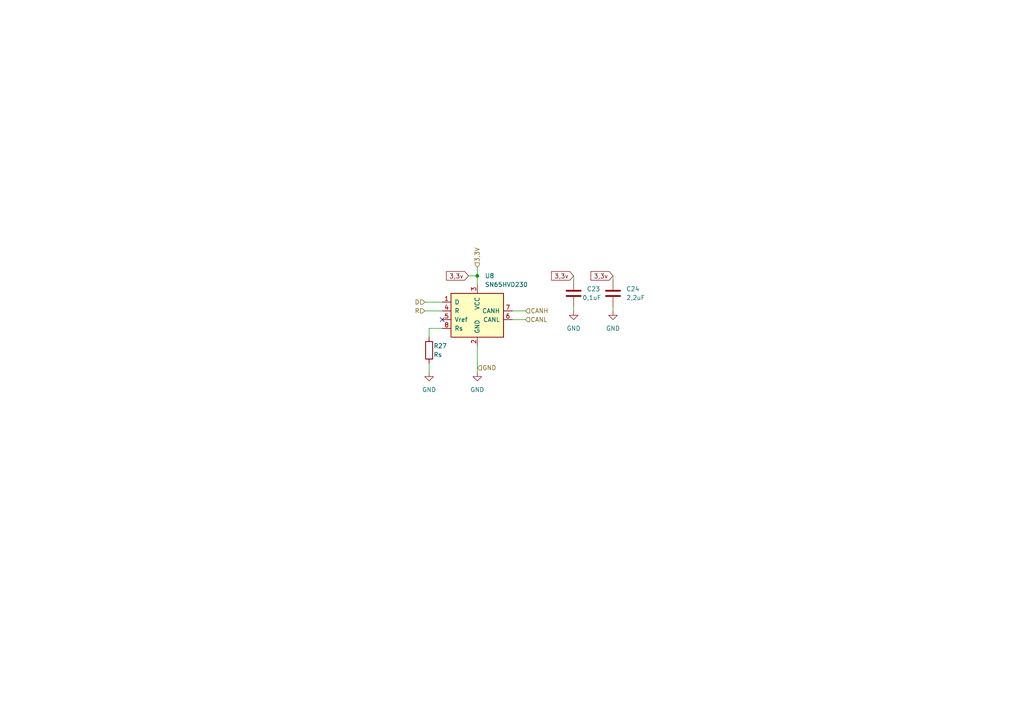
<source format=kicad_sch>
(kicad_sch (version 20230121) (generator eeschema)

  (uuid 53cdd313-b952-4fa5-95e9-8e64744a3359)

  (paper "A4")

  (lib_symbols
    (symbol "Device:C" (pin_numbers hide) (pin_names (offset 0.254)) (in_bom yes) (on_board yes)
      (property "Reference" "C" (at 0.635 2.54 0)
        (effects (font (size 1.27 1.27)) (justify left))
      )
      (property "Value" "C" (at 0.635 -2.54 0)
        (effects (font (size 1.27 1.27)) (justify left))
      )
      (property "Footprint" "" (at 0.9652 -3.81 0)
        (effects (font (size 1.27 1.27)) hide)
      )
      (property "Datasheet" "~" (at 0 0 0)
        (effects (font (size 1.27 1.27)) hide)
      )
      (property "ki_keywords" "cap capacitor" (at 0 0 0)
        (effects (font (size 1.27 1.27)) hide)
      )
      (property "ki_description" "Unpolarized capacitor" (at 0 0 0)
        (effects (font (size 1.27 1.27)) hide)
      )
      (property "ki_fp_filters" "C_*" (at 0 0 0)
        (effects (font (size 1.27 1.27)) hide)
      )
      (symbol "C_0_1"
        (polyline
          (pts
            (xy -2.032 -0.762)
            (xy 2.032 -0.762)
          )
          (stroke (width 0.508) (type default))
          (fill (type none))
        )
        (polyline
          (pts
            (xy -2.032 0.762)
            (xy 2.032 0.762)
          )
          (stroke (width 0.508) (type default))
          (fill (type none))
        )
      )
      (symbol "C_1_1"
        (pin passive line (at 0 3.81 270) (length 2.794)
          (name "~" (effects (font (size 1.27 1.27))))
          (number "1" (effects (font (size 1.27 1.27))))
        )
        (pin passive line (at 0 -3.81 90) (length 2.794)
          (name "~" (effects (font (size 1.27 1.27))))
          (number "2" (effects (font (size 1.27 1.27))))
        )
      )
    )
    (symbol "Device:R" (pin_numbers hide) (pin_names (offset 0)) (in_bom yes) (on_board yes)
      (property "Reference" "R" (at 2.032 0 90)
        (effects (font (size 1.27 1.27)))
      )
      (property "Value" "R" (at 0 0 90)
        (effects (font (size 1.27 1.27)))
      )
      (property "Footprint" "" (at -1.778 0 90)
        (effects (font (size 1.27 1.27)) hide)
      )
      (property "Datasheet" "~" (at 0 0 0)
        (effects (font (size 1.27 1.27)) hide)
      )
      (property "ki_keywords" "R res resistor" (at 0 0 0)
        (effects (font (size 1.27 1.27)) hide)
      )
      (property "ki_description" "Resistor" (at 0 0 0)
        (effects (font (size 1.27 1.27)) hide)
      )
      (property "ki_fp_filters" "R_*" (at 0 0 0)
        (effects (font (size 1.27 1.27)) hide)
      )
      (symbol "R_0_1"
        (rectangle (start -1.016 -2.54) (end 1.016 2.54)
          (stroke (width 0.254) (type default))
          (fill (type none))
        )
      )
      (symbol "R_1_1"
        (pin passive line (at 0 3.81 270) (length 1.27)
          (name "~" (effects (font (size 1.27 1.27))))
          (number "1" (effects (font (size 1.27 1.27))))
        )
        (pin passive line (at 0 -3.81 90) (length 1.27)
          (name "~" (effects (font (size 1.27 1.27))))
          (number "2" (effects (font (size 1.27 1.27))))
        )
      )
    )
    (symbol "Interface_CAN_LIN:SN65HVD230" (pin_names (offset 1.016)) (in_bom yes) (on_board yes)
      (property "Reference" "U" (at -2.54 10.16 0)
        (effects (font (size 1.27 1.27)) (justify right))
      )
      (property "Value" "SN65HVD230" (at -2.54 7.62 0)
        (effects (font (size 1.27 1.27)) (justify right))
      )
      (property "Footprint" "Package_SO:SOIC-8_3.9x4.9mm_P1.27mm" (at 0 -12.7 0)
        (effects (font (size 1.27 1.27)) hide)
      )
      (property "Datasheet" "http://www.ti.com/lit/ds/symlink/sn65hvd230.pdf" (at -2.54 10.16 0)
        (effects (font (size 1.27 1.27)) hide)
      )
      (property "ki_keywords" "can transeiver ti low-power" (at 0 0 0)
        (effects (font (size 1.27 1.27)) hide)
      )
      (property "ki_description" "CAN Bus Transceivers, 3.3V, 1Mbps, Low-Power capabilities, SOIC-8" (at 0 0 0)
        (effects (font (size 1.27 1.27)) hide)
      )
      (property "ki_fp_filters" "SOIC*3.9x4.9mm*P1.27mm*" (at 0 0 0)
        (effects (font (size 1.27 1.27)) hide)
      )
      (symbol "SN65HVD230_0_1"
        (rectangle (start -7.62 5.08) (end 7.62 -7.62)
          (stroke (width 0.254) (type default))
          (fill (type background))
        )
      )
      (symbol "SN65HVD230_1_1"
        (pin input line (at -10.16 2.54 0) (length 2.54)
          (name "D" (effects (font (size 1.27 1.27))))
          (number "1" (effects (font (size 1.27 1.27))))
        )
        (pin power_in line (at 0 -10.16 90) (length 2.54)
          (name "GND" (effects (font (size 1.27 1.27))))
          (number "2" (effects (font (size 1.27 1.27))))
        )
        (pin power_in line (at 0 7.62 270) (length 2.54)
          (name "VCC" (effects (font (size 1.27 1.27))))
          (number "3" (effects (font (size 1.27 1.27))))
        )
        (pin output line (at -10.16 0 0) (length 2.54)
          (name "R" (effects (font (size 1.27 1.27))))
          (number "4" (effects (font (size 1.27 1.27))))
        )
        (pin output line (at -10.16 -2.54 0) (length 2.54)
          (name "Vref" (effects (font (size 1.27 1.27))))
          (number "5" (effects (font (size 1.27 1.27))))
        )
        (pin bidirectional line (at 10.16 -2.54 180) (length 2.54)
          (name "CANL" (effects (font (size 1.27 1.27))))
          (number "6" (effects (font (size 1.27 1.27))))
        )
        (pin bidirectional line (at 10.16 0 180) (length 2.54)
          (name "CANH" (effects (font (size 1.27 1.27))))
          (number "7" (effects (font (size 1.27 1.27))))
        )
        (pin input line (at -10.16 -5.08 0) (length 2.54)
          (name "Rs" (effects (font (size 1.27 1.27))))
          (number "8" (effects (font (size 1.27 1.27))))
        )
      )
    )
    (symbol "power:GND" (power) (pin_names (offset 0)) (in_bom yes) (on_board yes)
      (property "Reference" "#PWR" (at 0 -6.35 0)
        (effects (font (size 1.27 1.27)) hide)
      )
      (property "Value" "GND" (at 0 -3.81 0)
        (effects (font (size 1.27 1.27)))
      )
      (property "Footprint" "" (at 0 0 0)
        (effects (font (size 1.27 1.27)) hide)
      )
      (property "Datasheet" "" (at 0 0 0)
        (effects (font (size 1.27 1.27)) hide)
      )
      (property "ki_keywords" "global power" (at 0 0 0)
        (effects (font (size 1.27 1.27)) hide)
      )
      (property "ki_description" "Power symbol creates a global label with name \"GND\" , ground" (at 0 0 0)
        (effects (font (size 1.27 1.27)) hide)
      )
      (symbol "GND_0_1"
        (polyline
          (pts
            (xy 0 0)
            (xy 0 -1.27)
            (xy 1.27 -1.27)
            (xy 0 -2.54)
            (xy -1.27 -1.27)
            (xy 0 -1.27)
          )
          (stroke (width 0) (type default))
          (fill (type none))
        )
      )
      (symbol "GND_1_1"
        (pin power_in line (at 0 0 270) (length 0) hide
          (name "GND" (effects (font (size 1.27 1.27))))
          (number "1" (effects (font (size 1.27 1.27))))
        )
      )
    )
  )

  (junction (at 138.43 80.01) (diameter 0) (color 0 0 0 0)
    (uuid 4f24ccd7-e175-4951-9246-daf079f19dc7)
  )

  (no_connect (at 128.27 92.71) (uuid 73fc6e2f-f70c-4ece-9c61-c05dafb6746a))

  (wire (pts (xy 124.46 105.41) (xy 124.46 107.95))
    (stroke (width 0) (type default))
    (uuid 0c24ddd5-70be-4050-8d1e-46d770ea0ab2)
  )
  (wire (pts (xy 138.43 107.95) (xy 138.43 100.33))
    (stroke (width 0) (type default))
    (uuid 1c28f9d0-482c-4c1a-91c4-19d05fe68a08)
  )
  (wire (pts (xy 148.59 92.71) (xy 152.4 92.71))
    (stroke (width 0) (type default))
    (uuid 202ea466-ff4b-4e98-beab-60d917b22580)
  )
  (wire (pts (xy 166.37 80.01) (xy 166.37 81.28))
    (stroke (width 0) (type default))
    (uuid 29e2b3b1-9bed-4b4f-8835-10c9de278da9)
  )
  (wire (pts (xy 123.19 90.17) (xy 128.27 90.17))
    (stroke (width 0) (type default))
    (uuid 359d69a7-fe14-4d85-ae0b-b77c42731f1c)
  )
  (wire (pts (xy 128.27 95.25) (xy 124.46 95.25))
    (stroke (width 0) (type default))
    (uuid 3d1c2cc2-8fd3-4d26-8883-e6ebc1cf3b6a)
  )
  (wire (pts (xy 138.43 80.01) (xy 138.43 82.55))
    (stroke (width 0) (type default))
    (uuid 51b7d429-85a8-46a8-83fe-8497676fd69a)
  )
  (wire (pts (xy 177.8 88.9) (xy 177.8 90.17))
    (stroke (width 0) (type default))
    (uuid 652930b4-b178-4c50-a4a1-78265ad5dab6)
  )
  (wire (pts (xy 177.8 80.01) (xy 177.8 81.28))
    (stroke (width 0) (type default))
    (uuid 67325de8-12b6-473b-be35-155d42f5b711)
  )
  (wire (pts (xy 138.43 77.47) (xy 138.43 80.01))
    (stroke (width 0) (type default))
    (uuid b97d866a-133e-4ba1-b27f-1af42e2d4def)
  )
  (wire (pts (xy 135.89 80.01) (xy 138.43 80.01))
    (stroke (width 0) (type default))
    (uuid c06021db-895d-4425-b499-fda03cb0bca2)
  )
  (wire (pts (xy 148.59 90.17) (xy 152.4 90.17))
    (stroke (width 0) (type default))
    (uuid c5abad37-82c2-4f36-aab9-8fb2938986c9)
  )
  (wire (pts (xy 123.19 87.63) (xy 128.27 87.63))
    (stroke (width 0) (type default))
    (uuid caedb19b-bdc1-4624-9e99-73cedf789990)
  )
  (wire (pts (xy 166.37 88.9) (xy 166.37 90.17))
    (stroke (width 0) (type default))
    (uuid e815ea42-4be7-468e-bd00-0805b06d5fd3)
  )
  (wire (pts (xy 124.46 95.25) (xy 124.46 97.79))
    (stroke (width 0) (type default))
    (uuid fd977cbc-bcf5-4c48-a8bd-64c546e2f28c)
  )

  (global_label "3,3v" (shape input) (at 177.8 80.01 180) (fields_autoplaced)
    (effects (font (size 1.27 1.27)) (justify right))
    (uuid 9b4cde31-0ae7-4f52-9f20-5cc7a2b0b3fa)
    (property "Intersheetrefs" "${INTERSHEET_REFS}" (at 170.8234 80.01 0)
      (effects (font (size 1.27 1.27)) (justify right) hide)
    )
  )
  (global_label "3,3v" (shape input) (at 135.89 80.01 180) (fields_autoplaced)
    (effects (font (size 1.27 1.27)) (justify right))
    (uuid e3e18aab-7121-4cfd-b4d2-770a83c45aa3)
    (property "Intersheetrefs" "${INTERSHEET_REFS}" (at 128.9134 80.01 0)
      (effects (font (size 1.27 1.27)) (justify right) hide)
    )
  )
  (global_label "3,3v" (shape input) (at 166.37 80.01 180) (fields_autoplaced)
    (effects (font (size 1.27 1.27)) (justify right))
    (uuid fd916291-6d49-4737-8633-0f8811bf165f)
    (property "Intersheetrefs" "${INTERSHEET_REFS}" (at 159.3934 80.01 0)
      (effects (font (size 1.27 1.27)) (justify right) hide)
    )
  )

  (hierarchical_label "GND" (shape input) (at 138.43 106.68 0) (fields_autoplaced)
    (effects (font (size 1.27 1.27)) (justify left))
    (uuid 3310653a-113f-4abf-9600-4d340856ecdc)
  )
  (hierarchical_label "CANL" (shape input) (at 152.4 92.71 0) (fields_autoplaced)
    (effects (font (size 1.27 1.27)) (justify left))
    (uuid 4c8e9665-4c39-4e19-bf5c-2a6dc91981f7)
  )
  (hierarchical_label "CANH" (shape input) (at 152.4 90.17 0) (fields_autoplaced)
    (effects (font (size 1.27 1.27)) (justify left))
    (uuid 75f08a0d-307a-4414-983f-52a985fefeff)
  )
  (hierarchical_label "3,3V" (shape input) (at 138.43 77.47 90) (fields_autoplaced)
    (effects (font (size 1.27 1.27)) (justify left))
    (uuid af5c4e46-5da6-41df-ae6f-a347e9a9f7b0)
  )
  (hierarchical_label "D" (shape input) (at 123.19 87.63 180) (fields_autoplaced)
    (effects (font (size 1.27 1.27)) (justify right))
    (uuid afbe566f-fb36-46db-bdf7-3e0ed21c6e95)
  )
  (hierarchical_label "R" (shape input) (at 123.19 90.17 180) (fields_autoplaced)
    (effects (font (size 1.27 1.27)) (justify right))
    (uuid c801451e-15ca-43b1-9483-5f9075894d2c)
  )

  (symbol (lib_id "Interface_CAN_LIN:SN65HVD230") (at 138.43 90.17 0) (unit 1)
    (in_bom yes) (on_board yes) (dnp no) (fields_autoplaced)
    (uuid 29aa33e7-c6f2-4fee-95ef-66bc272052e4)
    (property "Reference" "U8" (at 140.6241 80.01 0)
      (effects (font (size 1.27 1.27)) (justify left))
    )
    (property "Value" "SN65HVD230" (at 140.6241 82.55 0)
      (effects (font (size 1.27 1.27)) (justify left))
    )
    (property "Footprint" "Package_SO:SOIC-8_3.9x4.9mm_P1.27mm" (at 138.43 102.87 0)
      (effects (font (size 1.27 1.27)) hide)
    )
    (property "Datasheet" "http://www.ti.com/lit/ds/symlink/sn65hvd230.pdf" (at 135.89 80.01 0)
      (effects (font (size 1.27 1.27)) hide)
    )
    (pin "1" (uuid 44f69fc2-8c0f-4423-b969-2f29888c7532))
    (pin "2" (uuid bd54c017-e636-4ed3-a3f0-1ab1b3385354))
    (pin "3" (uuid 56794e3c-a72f-4ffa-8ed4-5a9036af3edb))
    (pin "4" (uuid 661b203f-0d11-4a55-a4a1-49b77b532453))
    (pin "5" (uuid 0f6ce55e-f4f6-4f4d-a5b7-3c9692985167))
    (pin "6" (uuid 5e0e874e-123a-4cc6-929b-c66c7a5f7389))
    (pin "7" (uuid afb39e36-b78b-4842-b174-903c35167b7f))
    (pin "8" (uuid bb6c98df-1961-4939-b152-4cf19ebb3ab9))
    (instances
      (project "fred_v3"
        (path "/210292b2-d6ba-424c-bd40-e4a2be18eb8d/0e3fc8cf-969d-492f-823d-ed0765038f7e/3379c770-e023-4f58-8aed-b99de32d8765"
          (reference "U8") (unit 1)
        )
      )
    )
  )

  (symbol (lib_id "power:GND") (at 124.46 107.95 0) (unit 1)
    (in_bom yes) (on_board yes) (dnp no) (fields_autoplaced)
    (uuid 5c02619a-5dbe-451e-be41-210d66b91b19)
    (property "Reference" "#PWR057" (at 124.46 114.3 0)
      (effects (font (size 1.27 1.27)) hide)
    )
    (property "Value" "GND" (at 124.46 113.03 0)
      (effects (font (size 1.27 1.27)))
    )
    (property "Footprint" "" (at 124.46 107.95 0)
      (effects (font (size 1.27 1.27)) hide)
    )
    (property "Datasheet" "" (at 124.46 107.95 0)
      (effects (font (size 1.27 1.27)) hide)
    )
    (pin "1" (uuid 5e955570-f128-43c3-9147-a8bed5861891))
    (instances
      (project "fred_v3"
        (path "/210292b2-d6ba-424c-bd40-e4a2be18eb8d/0e3fc8cf-969d-492f-823d-ed0765038f7e/3379c770-e023-4f58-8aed-b99de32d8765"
          (reference "#PWR057") (unit 1)
        )
      )
    )
  )

  (symbol (lib_id "power:GND") (at 166.37 90.17 0) (unit 1)
    (in_bom yes) (on_board yes) (dnp no) (fields_autoplaced)
    (uuid 630b08fe-6261-4383-bdbe-51be17072be6)
    (property "Reference" "#PWR059" (at 166.37 96.52 0)
      (effects (font (size 1.27 1.27)) hide)
    )
    (property "Value" "GND" (at 166.37 95.25 0)
      (effects (font (size 1.27 1.27)))
    )
    (property "Footprint" "" (at 166.37 90.17 0)
      (effects (font (size 1.27 1.27)) hide)
    )
    (property "Datasheet" "" (at 166.37 90.17 0)
      (effects (font (size 1.27 1.27)) hide)
    )
    (pin "1" (uuid 83165e03-e65c-4a9d-ac0c-088d413c982d))
    (instances
      (project "fred_v3"
        (path "/210292b2-d6ba-424c-bd40-e4a2be18eb8d/0e3fc8cf-969d-492f-823d-ed0765038f7e/3379c770-e023-4f58-8aed-b99de32d8765"
          (reference "#PWR059") (unit 1)
        )
      )
    )
  )

  (symbol (lib_id "power:GND") (at 138.43 107.95 0) (unit 1)
    (in_bom yes) (on_board yes) (dnp no) (fields_autoplaced)
    (uuid 63898518-689c-476c-8f75-7420821ba10a)
    (property "Reference" "#PWR058" (at 138.43 114.3 0)
      (effects (font (size 1.27 1.27)) hide)
    )
    (property "Value" "GND" (at 138.43 113.03 0)
      (effects (font (size 1.27 1.27)))
    )
    (property "Footprint" "" (at 138.43 107.95 0)
      (effects (font (size 1.27 1.27)) hide)
    )
    (property "Datasheet" "" (at 138.43 107.95 0)
      (effects (font (size 1.27 1.27)) hide)
    )
    (pin "1" (uuid 80002553-d3fc-44f6-ba98-a046a4a7b9ac))
    (instances
      (project "fred_v3"
        (path "/210292b2-d6ba-424c-bd40-e4a2be18eb8d/0e3fc8cf-969d-492f-823d-ed0765038f7e/3379c770-e023-4f58-8aed-b99de32d8765"
          (reference "#PWR058") (unit 1)
        )
      )
    )
  )

  (symbol (lib_id "Device:C") (at 177.8 85.09 0) (unit 1)
    (in_bom yes) (on_board yes) (dnp no) (fields_autoplaced)
    (uuid 809fb432-c0e6-4f48-a0cd-fc728cad5ebc)
    (property "Reference" "C24" (at 181.61 83.82 0)
      (effects (font (size 1.27 1.27)) (justify left))
    )
    (property "Value" "2,2uF" (at 181.61 86.36 0)
      (effects (font (size 1.27 1.27)) (justify left))
    )
    (property "Footprint" "" (at 178.7652 88.9 0)
      (effects (font (size 1.27 1.27)) hide)
    )
    (property "Datasheet" "~" (at 177.8 85.09 0)
      (effects (font (size 1.27 1.27)) hide)
    )
    (pin "1" (uuid 3e1c92de-d746-4da0-82e1-b8fe3fb7f2fd))
    (pin "2" (uuid a796496d-25fa-4ac8-9c68-415407fe5874))
    (instances
      (project "fred_v3"
        (path "/210292b2-d6ba-424c-bd40-e4a2be18eb8d/0e3fc8cf-969d-492f-823d-ed0765038f7e/3379c770-e023-4f58-8aed-b99de32d8765"
          (reference "C24") (unit 1)
        )
      )
    )
  )

  (symbol (lib_id "power:GND") (at 177.8 90.17 0) (unit 1)
    (in_bom yes) (on_board yes) (dnp no) (fields_autoplaced)
    (uuid 859684b6-128e-4c6a-b67b-26e1664c5018)
    (property "Reference" "#PWR060" (at 177.8 96.52 0)
      (effects (font (size 1.27 1.27)) hide)
    )
    (property "Value" "GND" (at 177.8 95.25 0)
      (effects (font (size 1.27 1.27)))
    )
    (property "Footprint" "" (at 177.8 90.17 0)
      (effects (font (size 1.27 1.27)) hide)
    )
    (property "Datasheet" "" (at 177.8 90.17 0)
      (effects (font (size 1.27 1.27)) hide)
    )
    (pin "1" (uuid ae4796dc-80b0-42d2-a3e8-dbef0d53b392))
    (instances
      (project "fred_v3"
        (path "/210292b2-d6ba-424c-bd40-e4a2be18eb8d/0e3fc8cf-969d-492f-823d-ed0765038f7e/3379c770-e023-4f58-8aed-b99de32d8765"
          (reference "#PWR060") (unit 1)
        )
      )
    )
  )

  (symbol (lib_id "Device:R") (at 124.46 101.6 0) (unit 1)
    (in_bom yes) (on_board yes) (dnp no)
    (uuid a0ba3e84-c85a-4063-aa06-b8e880f0c4cf)
    (property "Reference" "R27" (at 125.73 100.33 0)
      (effects (font (size 1.27 1.27)) (justify left))
    )
    (property "Value" "Rs" (at 125.73 102.87 0)
      (effects (font (size 1.27 1.27)) (justify left))
    )
    (property "Footprint" "" (at 122.682 101.6 90)
      (effects (font (size 1.27 1.27)) hide)
    )
    (property "Datasheet" "~" (at 124.46 101.6 0)
      (effects (font (size 1.27 1.27)) hide)
    )
    (pin "1" (uuid 5a6e2ed3-536b-49ab-be4a-c1bb6925e657))
    (pin "2" (uuid fecd5596-19e5-4940-8af5-c2be339b081b))
    (instances
      (project "fred_v3"
        (path "/210292b2-d6ba-424c-bd40-e4a2be18eb8d/0e3fc8cf-969d-492f-823d-ed0765038f7e/3379c770-e023-4f58-8aed-b99de32d8765"
          (reference "R27") (unit 1)
        )
      )
    )
  )

  (symbol (lib_id "Device:C") (at 166.37 85.09 0) (unit 1)
    (in_bom yes) (on_board yes) (dnp no)
    (uuid a4663200-2549-44cd-b0e8-83cc6c2bcfb2)
    (property "Reference" "C23" (at 170.18 83.82 0)
      (effects (font (size 1.27 1.27)) (justify left))
    )
    (property "Value" "0,1uF" (at 168.91 86.36 0)
      (effects (font (size 1.27 1.27)) (justify left))
    )
    (property "Footprint" "" (at 167.3352 88.9 0)
      (effects (font (size 1.27 1.27)) hide)
    )
    (property "Datasheet" "~" (at 166.37 85.09 0)
      (effects (font (size 1.27 1.27)) hide)
    )
    (pin "1" (uuid 6de83236-ba51-483d-9ef8-21755d0654ed))
    (pin "2" (uuid 2a22c989-2469-40b5-b29f-e672a14db089))
    (instances
      (project "fred_v3"
        (path "/210292b2-d6ba-424c-bd40-e4a2be18eb8d/0e3fc8cf-969d-492f-823d-ed0765038f7e/3379c770-e023-4f58-8aed-b99de32d8765"
          (reference "C23") (unit 1)
        )
      )
    )
  )
)

</source>
